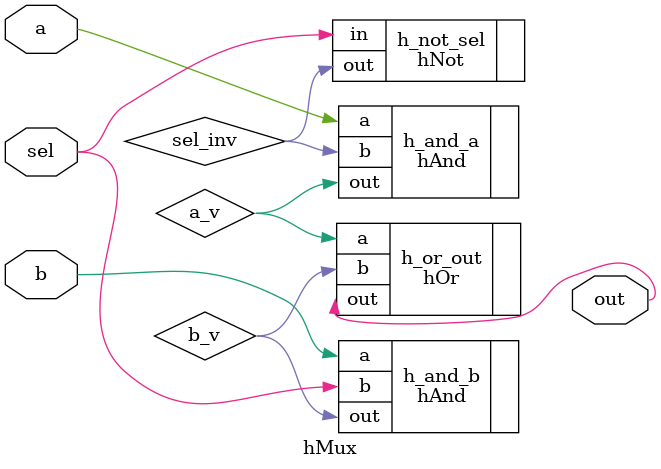
<source format=v>

`ifndef _h_mux_
`define _h_mux_

`timescale 1ns / 1ps
`include "hNot.v"
`include "hAnd.v"
`include "hOr.v"

module hMux(
    input a,
    input b,
    input sel,
    output out
    );
	
	wire sel_inv;
	wire a_v;
	wire b_v;
	
	hNot h_not_sel(.in(sel), .out(sel_inv));
	
	hAnd h_and_a(.a(a), .b(sel_inv), .out(a_v));
	hAnd h_and_b(.a(b), .b(sel), .out(b_v));
	
	hOr h_or_out(.a(a_v), .b(b_v), .out(out));

endmodule

`endif

</source>
